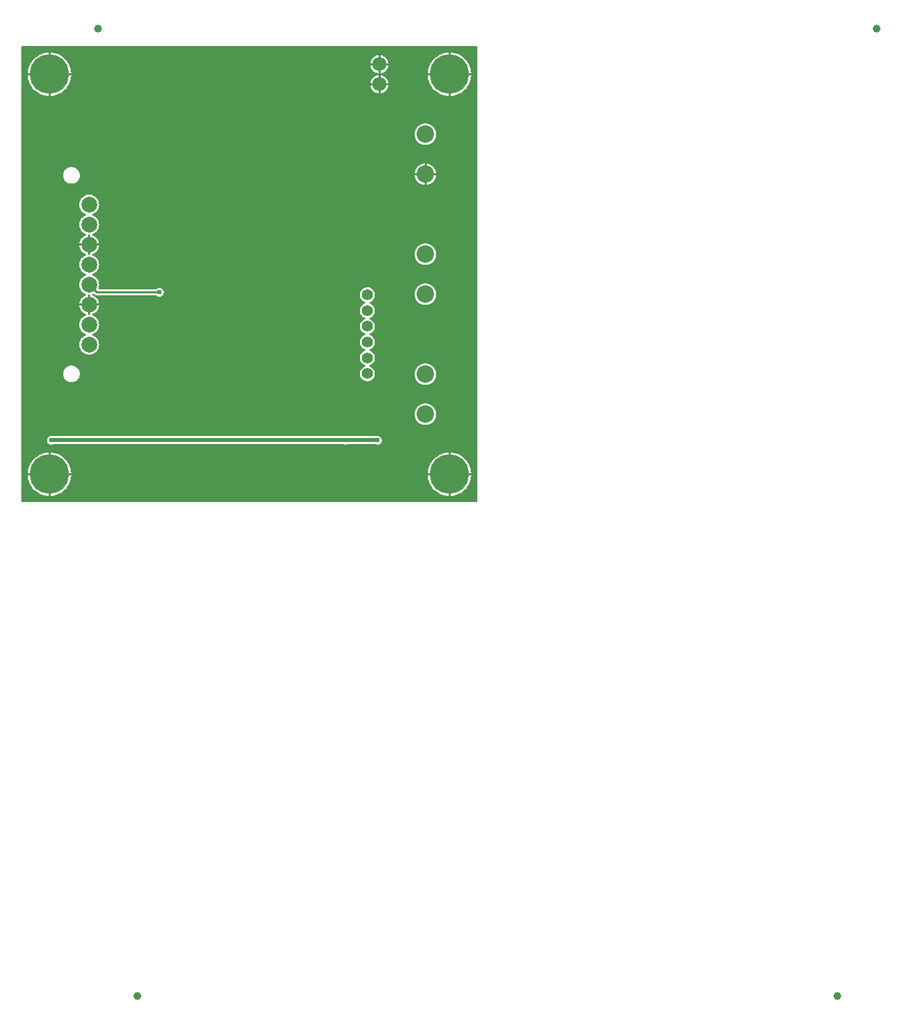
<source format=gbl>
G04 Layer: BottomLayer*
G04 Panelize: V-CUT, Column: 2, Row: 2, Board Size: 58.42mm x 58.42mm, Panelized Board Size: 118.84mm x 118.84mm*
G04 EasyEDA v6.5.32, 2023-07-26 20:50:30*
G04 9c01c07f2c6843c3a362350cb2311acb,5a6b42c53f6a479593ecc07194224c93,10*
G04 Gerber Generator version 0.2*
G04 Scale: 100 percent, Rotated: No, Reflected: No *
G04 Dimensions in millimeters *
G04 leading zeros omitted , absolute positions ,4 integer and 5 decimal *
%FSLAX45Y45*%
%MOMM*%

%ADD10C,0.2540*%
%ADD11C,0.5000*%
%ADD12C,1.0000*%
%ADD13C,1.4000*%
%ADD14C,2.2000*%
%ADD15C,5.0000*%
%ADD16C,2.0000*%
%ADD17C,1.8000*%
%ADD18C,0.6096*%
%ADD19C,0.0182*%

%LPD*%
G36*
X5805932Y25908D02*
G01*
X36068Y26416D01*
X32156Y27178D01*
X28905Y29362D01*
X26670Y32664D01*
X25908Y36576D01*
X25908Y5805932D01*
X26670Y5809843D01*
X28905Y5813094D01*
X32156Y5815330D01*
X36068Y5816092D01*
X5805932Y5816092D01*
X5809843Y5815330D01*
X5813094Y5813094D01*
X5815330Y5809843D01*
X5816092Y5805932D01*
X5816092Y36068D01*
X5815330Y32207D01*
X5813094Y28905D01*
X5809843Y26670D01*
G37*

%LPC*%
G36*
X4456887Y5600700D02*
G01*
X4559300Y5600700D01*
X4559300Y5702960D01*
X4550308Y5701842D01*
X4536186Y5698236D01*
X4522673Y5692851D01*
X4509922Y5685840D01*
X4498136Y5677306D01*
X4487519Y5667349D01*
X4478223Y5656122D01*
X4470450Y5643829D01*
X4464253Y5630672D01*
X4459732Y5616803D01*
X4457039Y5602528D01*
G37*
G36*
X393700Y105562D02*
G01*
X398322Y105664D01*
X421284Y108051D01*
X443992Y112369D01*
X466242Y118618D01*
X487934Y126644D01*
X508812Y136499D01*
X528828Y148031D01*
X547827Y161239D01*
X565607Y175971D01*
X582117Y192125D01*
X597204Y209600D01*
X610819Y228295D01*
X622757Y248107D01*
X633018Y268782D01*
X641553Y290271D01*
X648208Y312369D01*
X653034Y334975D01*
X655929Y357936D01*
X656336Y368300D01*
X393700Y368300D01*
G37*
G36*
X5448300Y105613D02*
G01*
X5448300Y368300D01*
X5185410Y368300D01*
X5187289Y346405D01*
X5191150Y323646D01*
X5196890Y301244D01*
X5204460Y279450D01*
X5213858Y258317D01*
X5224983Y238099D01*
X5237784Y218846D01*
X5252161Y200710D01*
X5267960Y183896D01*
X5285130Y168402D01*
X5303520Y154432D01*
X5323027Y142087D01*
X5343499Y131368D01*
X5364835Y122428D01*
X5386781Y115265D01*
X5409285Y109982D01*
X5432145Y106629D01*
G37*
G36*
X368300Y105613D02*
G01*
X368300Y368300D01*
X105410Y368300D01*
X107289Y346405D01*
X111150Y323646D01*
X116890Y301244D01*
X124460Y279450D01*
X133858Y258317D01*
X144983Y238099D01*
X157784Y218846D01*
X172161Y200710D01*
X187960Y183896D01*
X205130Y168402D01*
X223520Y154432D01*
X243027Y142087D01*
X263499Y131368D01*
X284835Y122428D01*
X306781Y115265D01*
X329285Y109982D01*
X352145Y106629D01*
G37*
G36*
X5473700Y393700D02*
G01*
X5736336Y393700D01*
X5735929Y404063D01*
X5733034Y427024D01*
X5728208Y449630D01*
X5721553Y471728D01*
X5713018Y493217D01*
X5702757Y513892D01*
X5690819Y533704D01*
X5677204Y552348D01*
X5662117Y569874D01*
X5645607Y586028D01*
X5627827Y600760D01*
X5608828Y613968D01*
X5588812Y625500D01*
X5567934Y635355D01*
X5546242Y643382D01*
X5523992Y649630D01*
X5501284Y653948D01*
X5478322Y656336D01*
X5473700Y656437D01*
G37*
G36*
X393700Y393700D02*
G01*
X656336Y393700D01*
X655929Y404063D01*
X653034Y427024D01*
X648208Y449630D01*
X641553Y471728D01*
X633018Y493217D01*
X622757Y513892D01*
X610819Y533704D01*
X597204Y552348D01*
X582117Y569874D01*
X565607Y586028D01*
X547827Y600760D01*
X528828Y613968D01*
X508812Y625500D01*
X487934Y635355D01*
X466242Y643382D01*
X443992Y649630D01*
X421284Y653948D01*
X398322Y656336D01*
X393700Y656437D01*
G37*
G36*
X5185410Y393700D02*
G01*
X5448300Y393700D01*
X5448300Y656386D01*
X5432145Y655370D01*
X5409285Y652018D01*
X5386781Y646734D01*
X5364835Y639572D01*
X5343499Y630631D01*
X5323027Y619912D01*
X5303520Y607568D01*
X5285130Y593598D01*
X5267960Y578104D01*
X5252161Y561289D01*
X5237784Y543153D01*
X5224983Y523900D01*
X5213858Y503682D01*
X5204460Y482549D01*
X5196890Y460756D01*
X5191150Y438353D01*
X5187289Y415594D01*
G37*
G36*
X105410Y393700D02*
G01*
X368300Y393700D01*
X368300Y656386D01*
X352145Y655370D01*
X329285Y652018D01*
X306781Y646734D01*
X284835Y639572D01*
X263499Y630631D01*
X243027Y619912D01*
X223520Y607568D01*
X205130Y593598D01*
X187960Y578104D01*
X172161Y561289D01*
X157784Y543153D01*
X144983Y523900D01*
X133858Y503682D01*
X124460Y482549D01*
X116890Y460756D01*
X111150Y438353D01*
X107289Y415594D01*
G37*
G36*
X406400Y756462D02*
G01*
X416204Y757326D01*
X425653Y759866D01*
X427990Y760933D01*
X432308Y761898D01*
X4114292Y761898D01*
X4118559Y760933D01*
X4120896Y759866D01*
X4130395Y757326D01*
X4140200Y756462D01*
X4149953Y757326D01*
X4159453Y759866D01*
X4161790Y760933D01*
X4166108Y761898D01*
X4520692Y761898D01*
X4524959Y760933D01*
X4527296Y759866D01*
X4536795Y757326D01*
X4546600Y756462D01*
X4556353Y757326D01*
X4565853Y759866D01*
X4574743Y763981D01*
X4582820Y769620D01*
X4589729Y776579D01*
X4595368Y784606D01*
X4599533Y793546D01*
X4602073Y802995D01*
X4602937Y812800D01*
X4602073Y822604D01*
X4599533Y832053D01*
X4595368Y840994D01*
X4589729Y849020D01*
X4582820Y855980D01*
X4574743Y861618D01*
X4565853Y865733D01*
X4556353Y868273D01*
X4546600Y869137D01*
X4536795Y868273D01*
X4527296Y865733D01*
X4524959Y864666D01*
X4520692Y863701D01*
X4166057Y863701D01*
X4161790Y864666D01*
X4159453Y865733D01*
X4149953Y868273D01*
X4140200Y869137D01*
X4130395Y868273D01*
X4120896Y865733D01*
X4118559Y864666D01*
X4114292Y863701D01*
X432308Y863701D01*
X427990Y864666D01*
X425653Y865733D01*
X416204Y868273D01*
X406400Y869137D01*
X396595Y868273D01*
X387146Y865733D01*
X378206Y861618D01*
X370179Y855980D01*
X363220Y849020D01*
X357581Y840994D01*
X353466Y832053D01*
X350926Y822604D01*
X350062Y812800D01*
X350926Y802995D01*
X353466Y793546D01*
X357581Y784606D01*
X363220Y776579D01*
X370179Y769620D01*
X378206Y763981D01*
X387146Y759866D01*
X396595Y757326D01*
G37*
G36*
X4584700Y5600700D02*
G01*
X4687112Y5600700D01*
X4686960Y5602528D01*
X4684268Y5616803D01*
X4679746Y5630672D01*
X4673549Y5643829D01*
X4665776Y5656122D01*
X4656480Y5667349D01*
X4645863Y5677306D01*
X4634077Y5685840D01*
X4621326Y5692851D01*
X4607814Y5698236D01*
X4593691Y5701842D01*
X4584700Y5702960D01*
G37*
G36*
X105410Y5473700D02*
G01*
X368300Y5473700D01*
X368300Y5736386D01*
X352145Y5735370D01*
X329285Y5732018D01*
X306781Y5726734D01*
X284835Y5719572D01*
X263499Y5710631D01*
X243027Y5699912D01*
X223520Y5687568D01*
X205130Y5673598D01*
X187960Y5658104D01*
X172161Y5641289D01*
X157784Y5623153D01*
X144983Y5603900D01*
X133858Y5583682D01*
X124460Y5562549D01*
X116890Y5540756D01*
X111150Y5518353D01*
X107289Y5495594D01*
G37*
G36*
X5185410Y5473700D02*
G01*
X5448300Y5473700D01*
X5448300Y5736386D01*
X5432145Y5735370D01*
X5409285Y5732018D01*
X5386781Y5726734D01*
X5364835Y5719572D01*
X5343499Y5710631D01*
X5323027Y5699912D01*
X5303520Y5687568D01*
X5285130Y5673598D01*
X5267960Y5658104D01*
X5252161Y5641289D01*
X5237784Y5623153D01*
X5224983Y5603900D01*
X5213858Y5583682D01*
X5204460Y5562549D01*
X5196890Y5540756D01*
X5191150Y5518353D01*
X5187289Y5495594D01*
G37*
G36*
X393700Y5473700D02*
G01*
X656336Y5473700D01*
X655929Y5484063D01*
X653034Y5507024D01*
X648208Y5529630D01*
X641553Y5551728D01*
X633018Y5573217D01*
X622757Y5593892D01*
X610819Y5613704D01*
X597204Y5632348D01*
X582117Y5649874D01*
X565607Y5666028D01*
X547827Y5680760D01*
X528828Y5693968D01*
X508812Y5705500D01*
X487934Y5715355D01*
X466242Y5723382D01*
X443992Y5729630D01*
X421284Y5733948D01*
X398322Y5736336D01*
X393700Y5736437D01*
G37*
G36*
X5156200Y1007110D02*
G01*
X5171998Y1008024D01*
X5187543Y1010767D01*
X5202682Y1015288D01*
X5217210Y1021587D01*
X5230876Y1029462D01*
X5243576Y1038910D01*
X5255056Y1049731D01*
X5265216Y1061872D01*
X5273903Y1075080D01*
X5280964Y1089202D01*
X5286400Y1104036D01*
X5290007Y1119428D01*
X5291886Y1135126D01*
X5291886Y1150924D01*
X5290007Y1166622D01*
X5286400Y1181963D01*
X5280964Y1196848D01*
X5273903Y1210970D01*
X5265216Y1224178D01*
X5255056Y1236268D01*
X5243576Y1247089D01*
X5230876Y1256538D01*
X5217210Y1264462D01*
X5202682Y1270711D01*
X5187543Y1275232D01*
X5171998Y1277975D01*
X5156200Y1278890D01*
X5140452Y1277975D01*
X5124856Y1275232D01*
X5109718Y1270711D01*
X5095240Y1264462D01*
X5081524Y1256538D01*
X5068874Y1247089D01*
X5057343Y1236268D01*
X5047183Y1224178D01*
X5038496Y1210970D01*
X5031435Y1196848D01*
X5025999Y1181963D01*
X5022392Y1166622D01*
X5020564Y1150924D01*
X5020564Y1135126D01*
X5022392Y1119428D01*
X5025999Y1104036D01*
X5031435Y1089202D01*
X5038496Y1075080D01*
X5047183Y1061872D01*
X5057343Y1049731D01*
X5068874Y1038910D01*
X5081524Y1029462D01*
X5095240Y1021587D01*
X5109718Y1015288D01*
X5124856Y1010767D01*
X5140452Y1008024D01*
G37*
G36*
X5156200Y1515110D02*
G01*
X5171998Y1516024D01*
X5187543Y1518767D01*
X5202682Y1523288D01*
X5217210Y1529588D01*
X5230876Y1537462D01*
X5243576Y1546910D01*
X5255056Y1557731D01*
X5265216Y1569872D01*
X5273903Y1583080D01*
X5280964Y1597202D01*
X5286400Y1612036D01*
X5290007Y1627428D01*
X5291886Y1643125D01*
X5291886Y1658924D01*
X5290007Y1674622D01*
X5286400Y1689963D01*
X5280964Y1704848D01*
X5273903Y1718970D01*
X5265216Y1732178D01*
X5255056Y1744268D01*
X5243576Y1755089D01*
X5230876Y1764538D01*
X5217210Y1772462D01*
X5202682Y1778711D01*
X5187543Y1783232D01*
X5171998Y1785975D01*
X5156200Y1786889D01*
X5140452Y1785975D01*
X5124856Y1783232D01*
X5109718Y1778711D01*
X5095240Y1772462D01*
X5081524Y1764538D01*
X5068874Y1755089D01*
X5057343Y1744268D01*
X5047183Y1732178D01*
X5038496Y1718970D01*
X5031435Y1704848D01*
X5025999Y1689963D01*
X5022392Y1674622D01*
X5020564Y1658924D01*
X5020564Y1643125D01*
X5022392Y1627428D01*
X5025999Y1612036D01*
X5031435Y1597202D01*
X5038496Y1583080D01*
X5047183Y1569872D01*
X5057343Y1557731D01*
X5068874Y1546910D01*
X5081524Y1537462D01*
X5095240Y1529588D01*
X5109718Y1523288D01*
X5124856Y1518767D01*
X5140452Y1516024D01*
G37*
G36*
X660400Y1549603D02*
G01*
X674217Y1550517D01*
X687781Y1553210D01*
X700938Y1557680D01*
X713333Y1563776D01*
X724865Y1571498D01*
X735279Y1580642D01*
X744423Y1591056D01*
X752094Y1602536D01*
X758240Y1614982D01*
X762660Y1628089D01*
X765403Y1641652D01*
X766267Y1655470D01*
X765403Y1669338D01*
X762660Y1682902D01*
X758240Y1696008D01*
X752094Y1708454D01*
X744423Y1719935D01*
X735279Y1730349D01*
X724865Y1739493D01*
X713333Y1747215D01*
X700938Y1753311D01*
X687781Y1757781D01*
X674217Y1760474D01*
X660400Y1761388D01*
X646582Y1760474D01*
X633018Y1757781D01*
X619861Y1753311D01*
X607466Y1747215D01*
X595934Y1739493D01*
X585520Y1730349D01*
X576376Y1719935D01*
X568706Y1708454D01*
X562559Y1696008D01*
X558139Y1682902D01*
X555396Y1669338D01*
X554532Y1655470D01*
X555396Y1641652D01*
X558139Y1628089D01*
X562559Y1614982D01*
X568706Y1602536D01*
X576376Y1591056D01*
X585520Y1580642D01*
X595934Y1571498D01*
X607466Y1563776D01*
X619861Y1557680D01*
X633018Y1553210D01*
X646582Y1550517D01*
G37*
G36*
X4419600Y1563116D02*
G01*
X4432655Y1563979D01*
X4445457Y1566672D01*
X4457801Y1571040D01*
X4469434Y1577086D01*
X4480102Y1584604D01*
X4489653Y1593545D01*
X4497933Y1603705D01*
X4504740Y1614881D01*
X4509922Y1626870D01*
X4513478Y1639468D01*
X4515256Y1652473D01*
X4515256Y1665528D01*
X4513478Y1678482D01*
X4509922Y1691081D01*
X4504740Y1703120D01*
X4497933Y1714296D01*
X4489653Y1724456D01*
X4480102Y1733397D01*
X4469434Y1740916D01*
X4457801Y1746961D01*
X4450791Y1749399D01*
X4447286Y1751584D01*
X4444898Y1754936D01*
X4444034Y1759000D01*
X4444898Y1763064D01*
X4447286Y1766417D01*
X4450791Y1768551D01*
X4457801Y1771040D01*
X4469434Y1777085D01*
X4480102Y1784604D01*
X4489653Y1793544D01*
X4497933Y1803704D01*
X4504740Y1814880D01*
X4509922Y1826869D01*
X4513478Y1839468D01*
X4515256Y1852472D01*
X4515256Y1865528D01*
X4513478Y1878482D01*
X4509922Y1891080D01*
X4504740Y1903120D01*
X4497933Y1914296D01*
X4489653Y1924456D01*
X4480102Y1933397D01*
X4469434Y1940915D01*
X4457801Y1946960D01*
X4450791Y1949399D01*
X4447286Y1951583D01*
X4444898Y1954936D01*
X4444034Y1959000D01*
X4444898Y1963064D01*
X4447286Y1966417D01*
X4450791Y1968550D01*
X4457801Y1971039D01*
X4469434Y1977085D01*
X4480102Y1984603D01*
X4489653Y1993544D01*
X4497933Y2003704D01*
X4504740Y2014880D01*
X4509922Y2026869D01*
X4513478Y2039467D01*
X4515256Y2052472D01*
X4515256Y2065528D01*
X4513478Y2078482D01*
X4509922Y2091080D01*
X4504740Y2103120D01*
X4497933Y2114296D01*
X4489653Y2124456D01*
X4480102Y2133396D01*
X4469434Y2140915D01*
X4457801Y2146960D01*
X4450791Y2149398D01*
X4447286Y2151583D01*
X4444898Y2154936D01*
X4444034Y2159000D01*
X4444898Y2163064D01*
X4447286Y2166416D01*
X4450791Y2168550D01*
X4457801Y2171039D01*
X4469434Y2177084D01*
X4480102Y2184603D01*
X4489653Y2193544D01*
X4497933Y2203704D01*
X4504740Y2214880D01*
X4509922Y2226868D01*
X4513478Y2239467D01*
X4515256Y2252472D01*
X4515256Y2265527D01*
X4513478Y2278481D01*
X4509922Y2291080D01*
X4504740Y2303119D01*
X4497933Y2314295D01*
X4489653Y2324455D01*
X4480102Y2333396D01*
X4469434Y2340914D01*
X4457801Y2346960D01*
X4450791Y2349398D01*
X4447286Y2351582D01*
X4444898Y2354935D01*
X4444034Y2358999D01*
X4444898Y2363063D01*
X4447286Y2366416D01*
X4450791Y2368550D01*
X4457801Y2371039D01*
X4469434Y2377084D01*
X4480102Y2384602D01*
X4489653Y2393543D01*
X4497933Y2403703D01*
X4504740Y2414879D01*
X4509922Y2426868D01*
X4513478Y2439466D01*
X4515256Y2452471D01*
X4515256Y2465527D01*
X4513478Y2478481D01*
X4509922Y2491079D01*
X4504740Y2503119D01*
X4497933Y2514295D01*
X4489653Y2524455D01*
X4480102Y2533396D01*
X4469434Y2540914D01*
X4457801Y2546959D01*
X4450791Y2549398D01*
X4447286Y2551582D01*
X4444898Y2554935D01*
X4444034Y2558999D01*
X4444898Y2563063D01*
X4447286Y2566416D01*
X4450791Y2568549D01*
X4457801Y2571038D01*
X4469434Y2577084D01*
X4480102Y2584602D01*
X4489653Y2593543D01*
X4497933Y2603703D01*
X4504740Y2614879D01*
X4509922Y2626868D01*
X4513478Y2639466D01*
X4515256Y2652471D01*
X4515256Y2665526D01*
X4513478Y2678480D01*
X4509922Y2691079D01*
X4504740Y2703118D01*
X4497933Y2714294D01*
X4489653Y2724454D01*
X4480102Y2733395D01*
X4469434Y2740914D01*
X4457801Y2746959D01*
X4445457Y2751328D01*
X4432655Y2753969D01*
X4419600Y2754884D01*
X4406544Y2753969D01*
X4393742Y2751328D01*
X4381398Y2746959D01*
X4369765Y2740914D01*
X4359097Y2733395D01*
X4349496Y2724454D01*
X4341266Y2714294D01*
X4334459Y2703118D01*
X4329226Y2691079D01*
X4325721Y2678480D01*
X4323943Y2665526D01*
X4323943Y2652471D01*
X4325721Y2639466D01*
X4329226Y2626868D01*
X4334459Y2614879D01*
X4341266Y2603703D01*
X4349496Y2593543D01*
X4359097Y2584602D01*
X4369765Y2577084D01*
X4381398Y2571038D01*
X4388358Y2568549D01*
X4391914Y2566416D01*
X4394301Y2563063D01*
X4395114Y2558999D01*
X4394301Y2554935D01*
X4391914Y2551582D01*
X4388358Y2549398D01*
X4381398Y2546959D01*
X4369765Y2540914D01*
X4359097Y2533396D01*
X4349496Y2524455D01*
X4341266Y2514295D01*
X4334459Y2503119D01*
X4329226Y2491079D01*
X4325721Y2478481D01*
X4323943Y2465527D01*
X4323943Y2452471D01*
X4325721Y2439466D01*
X4329226Y2426868D01*
X4334459Y2414879D01*
X4341266Y2403703D01*
X4349496Y2393543D01*
X4359097Y2384602D01*
X4369765Y2377084D01*
X4381398Y2371039D01*
X4388358Y2368550D01*
X4391914Y2366416D01*
X4394301Y2363063D01*
X4395114Y2358999D01*
X4394301Y2354935D01*
X4391914Y2351582D01*
X4388358Y2349398D01*
X4381398Y2346960D01*
X4369765Y2340914D01*
X4359097Y2333396D01*
X4349496Y2324455D01*
X4341266Y2314295D01*
X4334459Y2303119D01*
X4329226Y2291080D01*
X4325721Y2278481D01*
X4323943Y2265527D01*
X4323943Y2252472D01*
X4325721Y2239467D01*
X4329226Y2226868D01*
X4334459Y2214880D01*
X4341266Y2203704D01*
X4349496Y2193544D01*
X4359097Y2184603D01*
X4369765Y2177084D01*
X4381398Y2171039D01*
X4388358Y2168550D01*
X4391914Y2166416D01*
X4394301Y2163064D01*
X4395114Y2159000D01*
X4394301Y2154936D01*
X4391914Y2151583D01*
X4388358Y2149398D01*
X4381398Y2146960D01*
X4369765Y2140915D01*
X4359097Y2133396D01*
X4349496Y2124456D01*
X4341266Y2114296D01*
X4334459Y2103120D01*
X4329226Y2091080D01*
X4325721Y2078482D01*
X4323943Y2065528D01*
X4323943Y2052472D01*
X4325721Y2039467D01*
X4329226Y2026869D01*
X4334459Y2014880D01*
X4341266Y2003704D01*
X4349496Y1993544D01*
X4359097Y1984603D01*
X4369765Y1977085D01*
X4381398Y1971039D01*
X4388358Y1968550D01*
X4391914Y1966417D01*
X4394301Y1963064D01*
X4395114Y1959000D01*
X4394301Y1954936D01*
X4391914Y1951583D01*
X4388358Y1949399D01*
X4381398Y1946960D01*
X4369765Y1940915D01*
X4359097Y1933397D01*
X4349496Y1924456D01*
X4341266Y1914296D01*
X4334459Y1903120D01*
X4329226Y1891080D01*
X4325721Y1878482D01*
X4323943Y1865528D01*
X4323943Y1852472D01*
X4325721Y1839468D01*
X4329226Y1826869D01*
X4334459Y1814880D01*
X4341266Y1803704D01*
X4349496Y1793544D01*
X4359097Y1784604D01*
X4369765Y1777085D01*
X4381398Y1771040D01*
X4388358Y1768551D01*
X4391914Y1766417D01*
X4394301Y1763064D01*
X4395114Y1759000D01*
X4394301Y1754936D01*
X4391914Y1751584D01*
X4388358Y1749399D01*
X4381398Y1746961D01*
X4369765Y1740916D01*
X4359097Y1733397D01*
X4349496Y1724456D01*
X4341266Y1714296D01*
X4334459Y1703120D01*
X4329226Y1691081D01*
X4325721Y1678482D01*
X4323943Y1665528D01*
X4323943Y1652473D01*
X4325721Y1639468D01*
X4329226Y1626870D01*
X4334459Y1614881D01*
X4341266Y1603705D01*
X4349496Y1593545D01*
X4359097Y1584604D01*
X4369765Y1577086D01*
X4381398Y1571040D01*
X4393742Y1566672D01*
X4406544Y1563979D01*
G37*
G36*
X885393Y1901240D02*
G01*
X900582Y1902155D01*
X915517Y1904898D01*
X930046Y1909419D01*
X943914Y1915617D01*
X956919Y1923491D01*
X968908Y1932889D01*
X979627Y1943607D01*
X989025Y1955596D01*
X996899Y1968601D01*
X1003096Y1982470D01*
X1007618Y1996998D01*
X1010361Y2011934D01*
X1011275Y2027123D01*
X1010361Y2042261D01*
X1007618Y2057247D01*
X1003096Y2071725D01*
X996899Y2085593D01*
X989025Y2098598D01*
X979627Y2110587D01*
X968908Y2121357D01*
X956919Y2130704D01*
X943914Y2138578D01*
X929995Y2144826D01*
X926846Y2147062D01*
X924712Y2150313D01*
X924001Y2154123D01*
X924712Y2157882D01*
X926846Y2161133D01*
X929995Y2163368D01*
X943914Y2169617D01*
X956919Y2177491D01*
X968908Y2186889D01*
X979627Y2197608D01*
X989025Y2209596D01*
X996899Y2222601D01*
X1003096Y2236470D01*
X1007618Y2250998D01*
X1010361Y2265934D01*
X1011275Y2281123D01*
X1010361Y2296261D01*
X1007618Y2311247D01*
X1003096Y2325725D01*
X996899Y2339594D01*
X989025Y2352598D01*
X979627Y2364587D01*
X968908Y2375357D01*
X956919Y2384704D01*
X943914Y2392578D01*
X929995Y2398826D01*
X926846Y2401062D01*
X924712Y2404313D01*
X924001Y2408123D01*
X924712Y2411882D01*
X926846Y2415133D01*
X929995Y2417368D01*
X943914Y2423617D01*
X956919Y2431491D01*
X968908Y2440889D01*
X979627Y2451608D01*
X989025Y2463596D01*
X996899Y2476601D01*
X1003096Y2490470D01*
X1007618Y2504998D01*
X1010361Y2519934D01*
X1010513Y2522423D01*
X898093Y2522423D01*
X898093Y2417013D01*
X897331Y2413152D01*
X895146Y2409850D01*
X891844Y2407615D01*
X887933Y2406853D01*
X882853Y2406853D01*
X878992Y2407615D01*
X875690Y2409850D01*
X873506Y2413152D01*
X872693Y2417013D01*
X872693Y2522423D01*
X760272Y2522423D01*
X760425Y2519934D01*
X763168Y2504998D01*
X767689Y2490470D01*
X773938Y2476601D01*
X781812Y2463596D01*
X791159Y2451608D01*
X801928Y2440889D01*
X813917Y2431491D01*
X826922Y2423617D01*
X840841Y2417368D01*
X843991Y2415133D01*
X846074Y2411882D01*
X846836Y2408123D01*
X846074Y2404313D01*
X843991Y2401062D01*
X840841Y2398826D01*
X826922Y2392578D01*
X813917Y2384704D01*
X801928Y2375357D01*
X791159Y2364587D01*
X781812Y2352598D01*
X773938Y2339594D01*
X767689Y2325725D01*
X763168Y2311247D01*
X760425Y2296261D01*
X759510Y2281123D01*
X760425Y2265934D01*
X763168Y2250998D01*
X767689Y2236470D01*
X773938Y2222601D01*
X781812Y2209596D01*
X791159Y2197608D01*
X801928Y2186889D01*
X813917Y2177491D01*
X826922Y2169617D01*
X840841Y2163368D01*
X843991Y2161133D01*
X846074Y2157882D01*
X846836Y2154123D01*
X846074Y2150313D01*
X843991Y2147062D01*
X840841Y2144826D01*
X826922Y2138578D01*
X813917Y2130704D01*
X801928Y2121357D01*
X791159Y2110587D01*
X781812Y2098598D01*
X773938Y2085593D01*
X767689Y2071725D01*
X763168Y2057247D01*
X760425Y2042261D01*
X759510Y2027123D01*
X760425Y2011934D01*
X763168Y1996998D01*
X767689Y1982470D01*
X773938Y1968601D01*
X781812Y1955596D01*
X791159Y1943607D01*
X801928Y1932889D01*
X813917Y1923491D01*
X826922Y1915617D01*
X840790Y1909419D01*
X855268Y1904898D01*
X870254Y1902155D01*
G37*
G36*
X5473700Y5473700D02*
G01*
X5736336Y5473700D01*
X5735929Y5484063D01*
X5733034Y5507024D01*
X5728208Y5529630D01*
X5721553Y5551728D01*
X5713018Y5573217D01*
X5702757Y5593892D01*
X5690819Y5613704D01*
X5677204Y5632348D01*
X5662117Y5649874D01*
X5645607Y5666028D01*
X5627827Y5680760D01*
X5608828Y5693968D01*
X5588812Y5705500D01*
X5567934Y5715355D01*
X5546242Y5723382D01*
X5523992Y5729630D01*
X5501284Y5733948D01*
X5478322Y5736336D01*
X5473700Y5736437D01*
G37*
G36*
X5156200Y2531110D02*
G01*
X5171998Y2532024D01*
X5187543Y2534767D01*
X5202682Y2539288D01*
X5217210Y2545588D01*
X5230876Y2553462D01*
X5243576Y2562910D01*
X5255056Y2573731D01*
X5265216Y2585872D01*
X5273903Y2599080D01*
X5280964Y2613202D01*
X5286400Y2628036D01*
X5290007Y2643428D01*
X5291886Y2659126D01*
X5291886Y2674924D01*
X5290007Y2690622D01*
X5286400Y2705963D01*
X5280964Y2720848D01*
X5273903Y2734970D01*
X5265216Y2748127D01*
X5255056Y2760268D01*
X5243576Y2771089D01*
X5230876Y2780538D01*
X5217210Y2788462D01*
X5202682Y2794711D01*
X5187543Y2799232D01*
X5171998Y2801975D01*
X5156200Y2802890D01*
X5140452Y2801975D01*
X5124856Y2799232D01*
X5109718Y2794711D01*
X5095240Y2788462D01*
X5081524Y2780538D01*
X5068874Y2771089D01*
X5057343Y2760268D01*
X5047183Y2748127D01*
X5038496Y2734970D01*
X5031435Y2720848D01*
X5025999Y2705963D01*
X5022392Y2690622D01*
X5020564Y2674924D01*
X5020564Y2659126D01*
X5022392Y2643428D01*
X5025999Y2628036D01*
X5031435Y2613202D01*
X5038496Y2599080D01*
X5047183Y2585872D01*
X5057343Y2573731D01*
X5068874Y2562910D01*
X5081524Y2553462D01*
X5095240Y2545588D01*
X5109718Y2539288D01*
X5124856Y2534767D01*
X5140452Y2532024D01*
G37*
G36*
X760272Y2547823D02*
G01*
X872693Y2547823D01*
X872693Y2653182D01*
X873506Y2657094D01*
X875690Y2660396D01*
X878992Y2662580D01*
X882853Y2663342D01*
X887933Y2663342D01*
X891844Y2662580D01*
X895146Y2660396D01*
X897331Y2657094D01*
X898093Y2653182D01*
X898093Y2547823D01*
X1010513Y2547823D01*
X1010361Y2550261D01*
X1007618Y2565247D01*
X1003096Y2579725D01*
X996899Y2593594D01*
X989025Y2606598D01*
X979627Y2618587D01*
X968908Y2629357D01*
X956919Y2638704D01*
X943914Y2646578D01*
X929995Y2652826D01*
X926846Y2655062D01*
X924712Y2658313D01*
X924001Y2662123D01*
X924712Y2665882D01*
X926846Y2669133D01*
X929995Y2671368D01*
X936396Y2674264D01*
X940358Y2675128D01*
X944371Y2674416D01*
X947724Y2672181D01*
X954481Y2665425D01*
X960678Y2660345D01*
X967384Y2656789D01*
X974598Y2654554D01*
X982624Y2653792D01*
X1733042Y2653792D01*
X1736902Y2653030D01*
X1740204Y2650794D01*
X1741779Y2649220D01*
X1749806Y2643581D01*
X1758746Y2639466D01*
X1768195Y2636926D01*
X1778000Y2636062D01*
X1787804Y2636926D01*
X1797253Y2639466D01*
X1806193Y2643581D01*
X1814220Y2649220D01*
X1821180Y2656179D01*
X1826818Y2664206D01*
X1830933Y2673146D01*
X1833473Y2682595D01*
X1834337Y2692400D01*
X1833473Y2702204D01*
X1830933Y2711653D01*
X1826818Y2720594D01*
X1821180Y2728620D01*
X1814220Y2735580D01*
X1806193Y2741218D01*
X1797253Y2745333D01*
X1787804Y2747873D01*
X1778000Y2748737D01*
X1768195Y2747873D01*
X1758746Y2745333D01*
X1749806Y2741218D01*
X1741779Y2735580D01*
X1740204Y2733954D01*
X1736902Y2731770D01*
X1732991Y2731008D01*
X1012748Y2731008D01*
X1008989Y2731719D01*
X1005789Y2733700D01*
X1003553Y2736748D01*
X1002588Y2740406D01*
X1003046Y2744165D01*
X1007618Y2758998D01*
X1010361Y2773934D01*
X1011275Y2789123D01*
X1010361Y2804261D01*
X1007618Y2819247D01*
X1003096Y2833725D01*
X996899Y2847594D01*
X989025Y2860598D01*
X979627Y2872587D01*
X968908Y2883357D01*
X956919Y2892704D01*
X943914Y2900578D01*
X929995Y2906826D01*
X926846Y2909062D01*
X924712Y2912313D01*
X924001Y2916123D01*
X924712Y2919882D01*
X926846Y2923133D01*
X929995Y2925368D01*
X943914Y2931617D01*
X956919Y2939491D01*
X968908Y2948889D01*
X979627Y2959608D01*
X989025Y2971596D01*
X996899Y2984601D01*
X1003096Y2998470D01*
X1007618Y3012998D01*
X1010361Y3027934D01*
X1011275Y3043123D01*
X1010361Y3058261D01*
X1007618Y3073247D01*
X1003096Y3087725D01*
X996899Y3101594D01*
X989025Y3114598D01*
X979627Y3126587D01*
X968908Y3137357D01*
X956919Y3146704D01*
X943914Y3154578D01*
X929995Y3160826D01*
X926846Y3163062D01*
X924712Y3166313D01*
X924001Y3170123D01*
X924712Y3173882D01*
X926846Y3177133D01*
X929995Y3179368D01*
X943914Y3185617D01*
X956919Y3193491D01*
X968908Y3202889D01*
X979627Y3213608D01*
X989025Y3225596D01*
X996899Y3238601D01*
X1003096Y3252470D01*
X1007618Y3266998D01*
X1010361Y3281934D01*
X1010513Y3284423D01*
X898093Y3284423D01*
X898093Y3179013D01*
X897331Y3175152D01*
X895146Y3171850D01*
X891844Y3169615D01*
X887933Y3168853D01*
X882853Y3168853D01*
X878992Y3169615D01*
X875690Y3171850D01*
X873506Y3175152D01*
X872693Y3179013D01*
X872693Y3284423D01*
X760272Y3284423D01*
X760425Y3281934D01*
X763168Y3266998D01*
X767689Y3252470D01*
X773938Y3238601D01*
X781812Y3225596D01*
X791159Y3213608D01*
X801928Y3202889D01*
X813917Y3193491D01*
X826922Y3185617D01*
X840841Y3179368D01*
X843991Y3177133D01*
X846074Y3173882D01*
X846836Y3170123D01*
X846074Y3166313D01*
X843991Y3163062D01*
X840841Y3160826D01*
X826922Y3154578D01*
X813917Y3146704D01*
X801928Y3137357D01*
X791159Y3126587D01*
X781812Y3114598D01*
X773938Y3101594D01*
X767689Y3087725D01*
X763168Y3073247D01*
X760425Y3058261D01*
X759510Y3043123D01*
X760425Y3027934D01*
X763168Y3012998D01*
X767689Y2998470D01*
X773938Y2984601D01*
X781812Y2971596D01*
X791159Y2959608D01*
X801928Y2948889D01*
X813917Y2939491D01*
X826922Y2931617D01*
X840841Y2925368D01*
X843991Y2923133D01*
X846074Y2919882D01*
X846836Y2916123D01*
X846074Y2912313D01*
X843991Y2909062D01*
X840841Y2906826D01*
X826922Y2900578D01*
X813917Y2892704D01*
X801928Y2883357D01*
X791159Y2872587D01*
X781812Y2860598D01*
X773938Y2847594D01*
X767689Y2833725D01*
X763168Y2819247D01*
X760425Y2804261D01*
X759510Y2789123D01*
X760425Y2773934D01*
X763168Y2758998D01*
X767689Y2744470D01*
X773938Y2730601D01*
X781812Y2717596D01*
X791159Y2705608D01*
X801928Y2694889D01*
X813917Y2685491D01*
X826922Y2677617D01*
X840841Y2671368D01*
X843991Y2669133D01*
X846074Y2665882D01*
X846836Y2662123D01*
X846074Y2658313D01*
X843991Y2655062D01*
X840841Y2652826D01*
X826922Y2646578D01*
X813917Y2638704D01*
X801928Y2629357D01*
X791159Y2618587D01*
X781812Y2606598D01*
X773938Y2593594D01*
X767689Y2579725D01*
X763168Y2565247D01*
X760425Y2550261D01*
G37*
G36*
X4584700Y5473039D02*
G01*
X4593691Y5474157D01*
X4607814Y5477764D01*
X4621326Y5483148D01*
X4634077Y5490159D01*
X4645863Y5498693D01*
X4656480Y5508650D01*
X4665776Y5519877D01*
X4673549Y5532170D01*
X4679746Y5545328D01*
X4684268Y5559196D01*
X4686960Y5573471D01*
X4687112Y5575300D01*
X4584700Y5575300D01*
G37*
G36*
X4559300Y5473039D02*
G01*
X4559300Y5575300D01*
X4456887Y5575300D01*
X4457039Y5573471D01*
X4459732Y5559196D01*
X4464253Y5545328D01*
X4470450Y5532170D01*
X4478223Y5519877D01*
X4487519Y5508650D01*
X4498136Y5498693D01*
X4509922Y5490159D01*
X4522673Y5483148D01*
X4536186Y5477764D01*
X4550308Y5474157D01*
G37*
G36*
X4584700Y5346700D02*
G01*
X4687112Y5346700D01*
X4686960Y5348528D01*
X4684268Y5362803D01*
X4679746Y5376672D01*
X4673549Y5389829D01*
X4665776Y5402122D01*
X4656480Y5413349D01*
X4645863Y5423306D01*
X4634077Y5431840D01*
X4621326Y5438851D01*
X4607814Y5444236D01*
X4593691Y5447842D01*
X4584700Y5448960D01*
G37*
G36*
X5473700Y105562D02*
G01*
X5478322Y105664D01*
X5501284Y108051D01*
X5523992Y112369D01*
X5546242Y118618D01*
X5567934Y126644D01*
X5588812Y136499D01*
X5608828Y148031D01*
X5627827Y161239D01*
X5645607Y175971D01*
X5662117Y192125D01*
X5677204Y209600D01*
X5690819Y228295D01*
X5702757Y248107D01*
X5713018Y268782D01*
X5721553Y290271D01*
X5728208Y312369D01*
X5733034Y334975D01*
X5735929Y357936D01*
X5736336Y368300D01*
X5473700Y368300D01*
G37*
G36*
X4456887Y5346700D02*
G01*
X4559300Y5346700D01*
X4559300Y5448960D01*
X4550308Y5447842D01*
X4536186Y5444236D01*
X4522673Y5438851D01*
X4509922Y5431840D01*
X4498136Y5423306D01*
X4487519Y5413349D01*
X4478223Y5402122D01*
X4470450Y5389829D01*
X4464253Y5376672D01*
X4459732Y5362803D01*
X4457039Y5348528D01*
G37*
G36*
X760272Y3309823D02*
G01*
X872693Y3309823D01*
X872693Y3415182D01*
X873506Y3419094D01*
X875690Y3422396D01*
X878992Y3424580D01*
X882853Y3425342D01*
X887933Y3425342D01*
X891844Y3424580D01*
X895146Y3422396D01*
X897331Y3419094D01*
X898093Y3415182D01*
X898093Y3309823D01*
X1010513Y3309823D01*
X1010361Y3312261D01*
X1007618Y3327247D01*
X1003096Y3341725D01*
X996899Y3355594D01*
X989025Y3368598D01*
X979627Y3380587D01*
X968908Y3391357D01*
X956919Y3400704D01*
X943914Y3408578D01*
X929995Y3414826D01*
X926846Y3417062D01*
X924712Y3420313D01*
X924001Y3424123D01*
X924712Y3427882D01*
X926846Y3431133D01*
X929995Y3433368D01*
X943914Y3439617D01*
X956919Y3447491D01*
X968908Y3456889D01*
X979627Y3467608D01*
X989025Y3479596D01*
X996899Y3492601D01*
X1003096Y3506470D01*
X1007618Y3520998D01*
X1010361Y3535934D01*
X1011275Y3551123D01*
X1010361Y3566261D01*
X1007618Y3581247D01*
X1003096Y3595725D01*
X996899Y3609594D01*
X989025Y3622598D01*
X979627Y3634587D01*
X968908Y3645357D01*
X956919Y3654704D01*
X943914Y3662578D01*
X929995Y3668826D01*
X926846Y3671062D01*
X924712Y3674313D01*
X924001Y3678123D01*
X924712Y3681882D01*
X926846Y3685133D01*
X929995Y3687368D01*
X943914Y3693617D01*
X956919Y3701491D01*
X968908Y3710889D01*
X979627Y3721608D01*
X989025Y3733596D01*
X996899Y3746601D01*
X1003096Y3760470D01*
X1007618Y3774998D01*
X1010361Y3789934D01*
X1011275Y3805123D01*
X1010361Y3820261D01*
X1007618Y3835247D01*
X1003096Y3849725D01*
X996899Y3863594D01*
X989025Y3876598D01*
X979627Y3888587D01*
X968908Y3899357D01*
X956919Y3908704D01*
X943914Y3916578D01*
X930046Y3922826D01*
X915517Y3927348D01*
X900582Y3930091D01*
X885393Y3931005D01*
X870254Y3930091D01*
X855268Y3927348D01*
X840790Y3922826D01*
X826922Y3916578D01*
X813917Y3908704D01*
X801928Y3899357D01*
X791159Y3888587D01*
X781812Y3876598D01*
X773938Y3863594D01*
X767689Y3849725D01*
X763168Y3835247D01*
X760425Y3820261D01*
X759510Y3805123D01*
X760425Y3789934D01*
X763168Y3774998D01*
X767689Y3760470D01*
X773938Y3746601D01*
X781812Y3733596D01*
X791159Y3721608D01*
X801928Y3710889D01*
X813917Y3701491D01*
X826922Y3693617D01*
X840841Y3687368D01*
X843991Y3685133D01*
X846074Y3681882D01*
X846836Y3678123D01*
X846074Y3674313D01*
X843991Y3671062D01*
X840841Y3668826D01*
X826922Y3662578D01*
X813917Y3654704D01*
X801928Y3645357D01*
X791159Y3634587D01*
X781812Y3622598D01*
X773938Y3609594D01*
X767689Y3595725D01*
X763168Y3581247D01*
X760425Y3566261D01*
X759510Y3551123D01*
X760425Y3535934D01*
X763168Y3520998D01*
X767689Y3506470D01*
X773938Y3492601D01*
X781812Y3479596D01*
X791159Y3467608D01*
X801928Y3456889D01*
X813917Y3447491D01*
X826922Y3439617D01*
X840841Y3433368D01*
X843991Y3431133D01*
X846074Y3427882D01*
X846836Y3424123D01*
X846074Y3420313D01*
X843991Y3417062D01*
X840841Y3414826D01*
X826922Y3408578D01*
X813917Y3400704D01*
X801928Y3391357D01*
X791159Y3380587D01*
X781812Y3368598D01*
X773938Y3355594D01*
X767689Y3341725D01*
X763168Y3327247D01*
X760425Y3312261D01*
G37*
G36*
X4559300Y5219039D02*
G01*
X4559300Y5321300D01*
X4456887Y5321300D01*
X4457039Y5319471D01*
X4459732Y5305196D01*
X4464253Y5291328D01*
X4470450Y5278170D01*
X4478223Y5265877D01*
X4487519Y5254650D01*
X4498136Y5244693D01*
X4509922Y5236159D01*
X4522673Y5229148D01*
X4536186Y5223764D01*
X4550308Y5220157D01*
G37*
G36*
X5168900Y4055872D02*
G01*
X5171998Y4056024D01*
X5187543Y4058767D01*
X5202682Y4063288D01*
X5217210Y4069587D01*
X5230876Y4077462D01*
X5243576Y4086910D01*
X5255056Y4097731D01*
X5265216Y4109872D01*
X5273903Y4123029D01*
X5280964Y4137151D01*
X5286400Y4152036D01*
X5290007Y4167378D01*
X5291277Y4178300D01*
X5168900Y4178300D01*
G37*
G36*
X5143500Y4055872D02*
G01*
X5143500Y4178300D01*
X5021122Y4178300D01*
X5022392Y4167378D01*
X5025999Y4152036D01*
X5031435Y4137151D01*
X5038496Y4123029D01*
X5047183Y4109872D01*
X5057343Y4097731D01*
X5068874Y4086910D01*
X5081524Y4077462D01*
X5095240Y4069587D01*
X5109718Y4063288D01*
X5124856Y4058767D01*
X5140452Y4056024D01*
G37*
G36*
X660400Y4070807D02*
G01*
X674217Y4071721D01*
X687781Y4074414D01*
X700938Y4078884D01*
X713333Y4084980D01*
X724865Y4092701D01*
X735279Y4101846D01*
X744423Y4112260D01*
X752094Y4123740D01*
X758240Y4136186D01*
X762660Y4149293D01*
X765403Y4162856D01*
X766267Y4176674D01*
X765403Y4190542D01*
X762660Y4204106D01*
X758240Y4217212D01*
X752094Y4229658D01*
X744423Y4241139D01*
X735279Y4251553D01*
X724865Y4260697D01*
X713333Y4268419D01*
X700938Y4274515D01*
X687781Y4278985D01*
X674217Y4281678D01*
X660400Y4282592D01*
X646582Y4281678D01*
X633018Y4278985D01*
X619861Y4274515D01*
X607466Y4268419D01*
X595934Y4260697D01*
X585520Y4251553D01*
X576376Y4241139D01*
X568706Y4229658D01*
X562559Y4217212D01*
X558139Y4204106D01*
X555396Y4190542D01*
X554532Y4176674D01*
X555396Y4162856D01*
X558139Y4149293D01*
X562559Y4136186D01*
X568706Y4123740D01*
X576376Y4112260D01*
X585520Y4101846D01*
X595934Y4092701D01*
X607466Y4084980D01*
X619861Y4078884D01*
X633018Y4074414D01*
X646582Y4071721D01*
G37*
G36*
X5021122Y4203700D02*
G01*
X5143500Y4203700D01*
X5143500Y4326128D01*
X5140452Y4325975D01*
X5124856Y4323232D01*
X5109718Y4318711D01*
X5095240Y4312412D01*
X5081524Y4304538D01*
X5068874Y4295089D01*
X5057343Y4284268D01*
X5047183Y4272127D01*
X5038496Y4258970D01*
X5031435Y4244848D01*
X5025999Y4229963D01*
X5022392Y4214622D01*
G37*
G36*
X5168900Y4203700D02*
G01*
X5291277Y4203700D01*
X5290007Y4214622D01*
X5286400Y4229963D01*
X5280964Y4244848D01*
X5273903Y4258970D01*
X5265216Y4272127D01*
X5255056Y4284268D01*
X5243576Y4295089D01*
X5230876Y4304538D01*
X5217210Y4312412D01*
X5202682Y4318711D01*
X5187543Y4323232D01*
X5171998Y4325975D01*
X5168900Y4326128D01*
G37*
G36*
X5156200Y4563110D02*
G01*
X5171998Y4564024D01*
X5187543Y4566767D01*
X5202682Y4571288D01*
X5217210Y4577588D01*
X5230876Y4585462D01*
X5243576Y4594910D01*
X5255056Y4605731D01*
X5265216Y4617872D01*
X5273903Y4631029D01*
X5280964Y4645152D01*
X5286400Y4660036D01*
X5290007Y4675378D01*
X5291886Y4691075D01*
X5291886Y4706924D01*
X5290007Y4722622D01*
X5286400Y4737963D01*
X5280964Y4752848D01*
X5273903Y4766970D01*
X5265216Y4780127D01*
X5255056Y4792268D01*
X5243576Y4803089D01*
X5230876Y4812538D01*
X5217210Y4820412D01*
X5202682Y4826711D01*
X5187543Y4831232D01*
X5171998Y4833975D01*
X5156200Y4834890D01*
X5140452Y4833975D01*
X5124856Y4831232D01*
X5109718Y4826711D01*
X5095240Y4820412D01*
X5081524Y4812538D01*
X5068874Y4803089D01*
X5057343Y4792268D01*
X5047183Y4780127D01*
X5038496Y4766970D01*
X5031435Y4752848D01*
X5025999Y4737963D01*
X5022392Y4722622D01*
X5020564Y4706924D01*
X5020564Y4691075D01*
X5022392Y4675378D01*
X5025999Y4660036D01*
X5031435Y4645152D01*
X5038496Y4631029D01*
X5047183Y4617872D01*
X5057343Y4605731D01*
X5068874Y4594910D01*
X5081524Y4585462D01*
X5095240Y4577588D01*
X5109718Y4571288D01*
X5124856Y4566767D01*
X5140452Y4564024D01*
G37*
G36*
X5473700Y5185562D02*
G01*
X5478322Y5185664D01*
X5501284Y5188051D01*
X5523992Y5192369D01*
X5546242Y5198618D01*
X5567934Y5206644D01*
X5588812Y5216499D01*
X5608828Y5228031D01*
X5627827Y5241239D01*
X5645607Y5255971D01*
X5662117Y5272125D01*
X5677204Y5289600D01*
X5690819Y5308295D01*
X5702757Y5328107D01*
X5713018Y5348782D01*
X5721553Y5370271D01*
X5728208Y5392369D01*
X5733034Y5414975D01*
X5735929Y5437936D01*
X5736336Y5448300D01*
X5473700Y5448300D01*
G37*
G36*
X393700Y5185562D02*
G01*
X398322Y5185664D01*
X421284Y5188051D01*
X443992Y5192369D01*
X466242Y5198618D01*
X487934Y5206644D01*
X508812Y5216499D01*
X528828Y5228031D01*
X547827Y5241239D01*
X565607Y5255971D01*
X582117Y5272125D01*
X597204Y5289600D01*
X610819Y5308295D01*
X622757Y5328107D01*
X633018Y5348782D01*
X641553Y5370271D01*
X648208Y5392369D01*
X653034Y5414975D01*
X655929Y5437936D01*
X656336Y5448300D01*
X393700Y5448300D01*
G37*
G36*
X5448300Y5185613D02*
G01*
X5448300Y5448300D01*
X5185410Y5448300D01*
X5187289Y5426405D01*
X5191150Y5403646D01*
X5196890Y5381244D01*
X5204460Y5359450D01*
X5213858Y5338318D01*
X5224983Y5318099D01*
X5237784Y5298846D01*
X5252161Y5280710D01*
X5267960Y5263896D01*
X5285130Y5248402D01*
X5303520Y5234432D01*
X5323027Y5222087D01*
X5343499Y5211368D01*
X5364835Y5202428D01*
X5386781Y5195265D01*
X5409285Y5189982D01*
X5432145Y5186629D01*
G37*
G36*
X368300Y5185613D02*
G01*
X368300Y5448300D01*
X105410Y5448300D01*
X107289Y5426405D01*
X111150Y5403646D01*
X116890Y5381244D01*
X124460Y5359450D01*
X133858Y5338318D01*
X144983Y5318099D01*
X157784Y5298846D01*
X172161Y5280710D01*
X187960Y5263896D01*
X205130Y5248402D01*
X223520Y5234432D01*
X243027Y5222087D01*
X263499Y5211368D01*
X284835Y5202428D01*
X306781Y5195265D01*
X329285Y5189982D01*
X352145Y5186629D01*
G37*
G36*
X4584700Y5219039D02*
G01*
X4593691Y5220157D01*
X4607814Y5223764D01*
X4621326Y5229148D01*
X4634077Y5236159D01*
X4645863Y5244693D01*
X4656480Y5254650D01*
X4665776Y5265877D01*
X4673549Y5278170D01*
X4679746Y5291328D01*
X4684268Y5305196D01*
X4686960Y5319471D01*
X4687112Y5321300D01*
X4584700Y5321300D01*
G37*
G36*
X5156200Y3039110D02*
G01*
X5171998Y3040024D01*
X5187543Y3042767D01*
X5202682Y3047288D01*
X5217210Y3053588D01*
X5230876Y3061462D01*
X5243576Y3070910D01*
X5255056Y3081731D01*
X5265216Y3093872D01*
X5273903Y3107080D01*
X5280964Y3121202D01*
X5286400Y3136036D01*
X5290007Y3151428D01*
X5291886Y3167126D01*
X5291886Y3182924D01*
X5290007Y3198622D01*
X5286400Y3213963D01*
X5280964Y3228848D01*
X5273903Y3242970D01*
X5265216Y3256127D01*
X5255056Y3268268D01*
X5243576Y3279089D01*
X5230876Y3288537D01*
X5217210Y3296462D01*
X5202682Y3302711D01*
X5187543Y3307232D01*
X5171998Y3309975D01*
X5156200Y3310890D01*
X5140452Y3309975D01*
X5124856Y3307232D01*
X5109718Y3302711D01*
X5095240Y3296462D01*
X5081524Y3288537D01*
X5068874Y3279089D01*
X5057343Y3268268D01*
X5047183Y3256127D01*
X5038496Y3242970D01*
X5031435Y3228848D01*
X5025999Y3213963D01*
X5022392Y3198622D01*
X5020564Y3182924D01*
X5020564Y3167126D01*
X5022392Y3151428D01*
X5025999Y3136036D01*
X5031435Y3121202D01*
X5038496Y3107080D01*
X5047183Y3093872D01*
X5057343Y3081731D01*
X5068874Y3070910D01*
X5081524Y3061462D01*
X5095240Y3053588D01*
X5109718Y3047288D01*
X5124856Y3042767D01*
X5140452Y3040024D01*
G37*

%LPD*%
D10*
X1777997Y2692394D02*
G01*
X982121Y2692394D01*
X885418Y2789097D01*
D11*
X406400Y812800D02*
G01*
X4546587Y812800D01*
D12*
G01*
X999997Y6041999D03*
G01*
X10884001Y6041999D03*
G01*
X1499996Y-6241999D03*
G01*
X10384002Y-6241999D03*
D13*
G01*
X4419600Y1659001D03*
G01*
X4419600Y1859000D03*
G01*
X4419600Y2059000D03*
G01*
X4419600Y2258999D03*
G01*
X4419600Y2458999D03*
G01*
X4419600Y2658998D03*
D14*
G01*
X5156200Y4191000D03*
G01*
X5156200Y4699000D03*
G01*
X5156200Y2667000D03*
G01*
X5156200Y3175000D03*
G01*
X5156200Y1143000D03*
G01*
X5156200Y1651000D03*
D15*
G01*
X381000Y5461000D03*
G01*
X5461000Y5461000D03*
G01*
X5461000Y381000D03*
G01*
X381000Y381000D03*
D16*
G01*
X885418Y2027097D03*
G01*
X885418Y2281097D03*
G01*
X885418Y2535097D03*
G01*
X885418Y2789097D03*
G01*
X885418Y3043097D03*
G01*
X885418Y3297097D03*
G01*
X885418Y3551097D03*
G01*
X885418Y3805097D03*
D17*
G01*
X4572000Y5334000D03*
G01*
X4572000Y5588000D03*
D18*
G01*
X1778000Y2692400D03*
G01*
X3251200Y3530600D03*
G01*
X3098800Y3530600D03*
G01*
X2946400Y3530600D03*
G01*
X2794000Y3530600D03*
G01*
X3022600Y2438400D03*
G01*
X4292600Y1955800D03*
G01*
X4292600Y2565400D03*
G01*
X2870200Y2971800D03*
G01*
X2870200Y2870200D03*
G01*
X2971800Y2870200D03*
G01*
X2971800Y2971800D03*
G01*
X2921000Y2921000D03*
G01*
X2971800Y2667000D03*
G01*
X3073400Y3073400D03*
G01*
X2768600Y3073400D03*
G01*
X2768600Y2768600D03*
G01*
X3071012Y2770987D03*
G01*
X406400Y812800D03*
G01*
X4546600Y812800D03*
G01*
X4140174Y812800D03*
M02*

</source>
